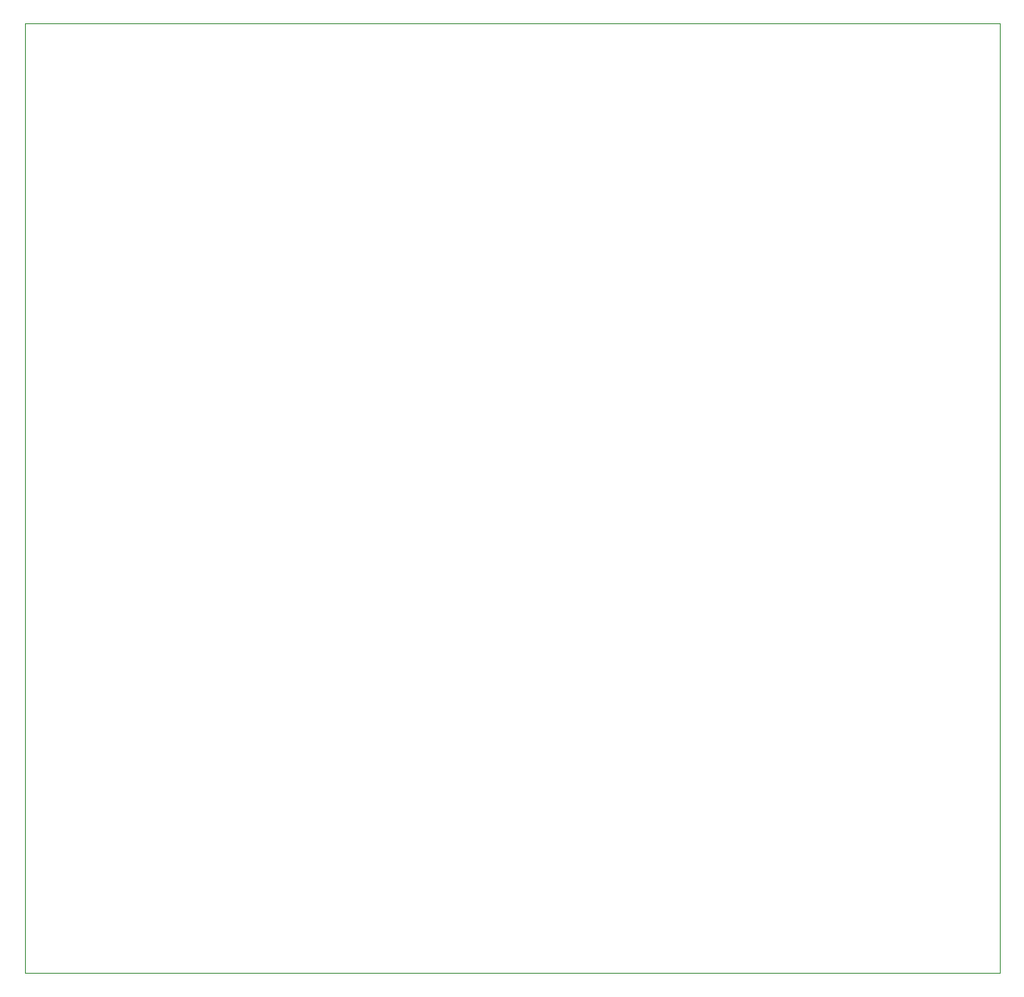
<source format=gbr>
%TF.GenerationSoftware,KiCad,Pcbnew,(5.1.12)-1*%
%TF.CreationDate,2021-11-29T19:24:28+10:30*%
%TF.ProjectId,SWR_02,5357525f-3032-42e6-9b69-6361645f7063,2*%
%TF.SameCoordinates,Original*%
%TF.FileFunction,Profile,NP*%
%FSLAX46Y46*%
G04 Gerber Fmt 4.6, Leading zero omitted, Abs format (unit mm)*
G04 Created by KiCad (PCBNEW (5.1.12)-1) date 2021-11-29 19:24:28*
%MOMM*%
%LPD*%
G01*
G04 APERTURE LIST*
%TA.AperFunction,Profile*%
%ADD10C,0.050000*%
%TD*%
G04 APERTURE END LIST*
D10*
X149860000Y-121920000D02*
X149860000Y-25400000D01*
X50800000Y-121920000D02*
X149860000Y-121920000D01*
X149860000Y-25400000D02*
X50800000Y-25400000D01*
X50800000Y-25400000D02*
X50800000Y-121920000D01*
M02*

</source>
